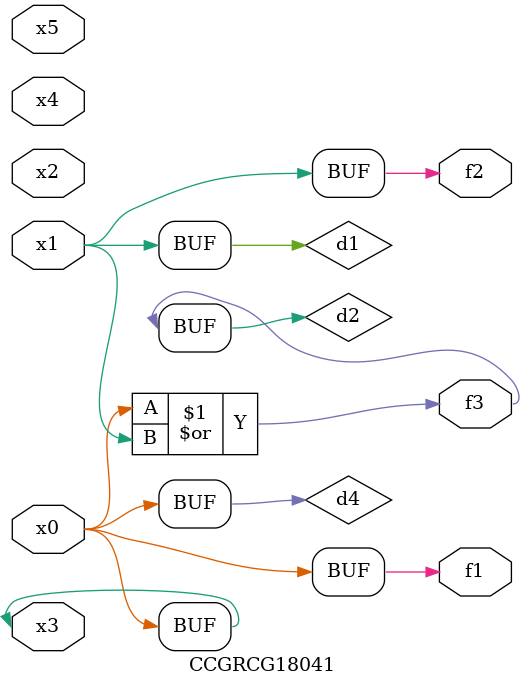
<source format=v>
module CCGRCG18041(
	input x0, x1, x2, x3, x4, x5,
	output f1, f2, f3
);

	wire d1, d2, d3, d4;

	and (d1, x1);
	or (d2, x0, x1);
	nand (d3, x0, x5);
	buf (d4, x0, x3);
	assign f1 = d4;
	assign f2 = d1;
	assign f3 = d2;
endmodule

</source>
